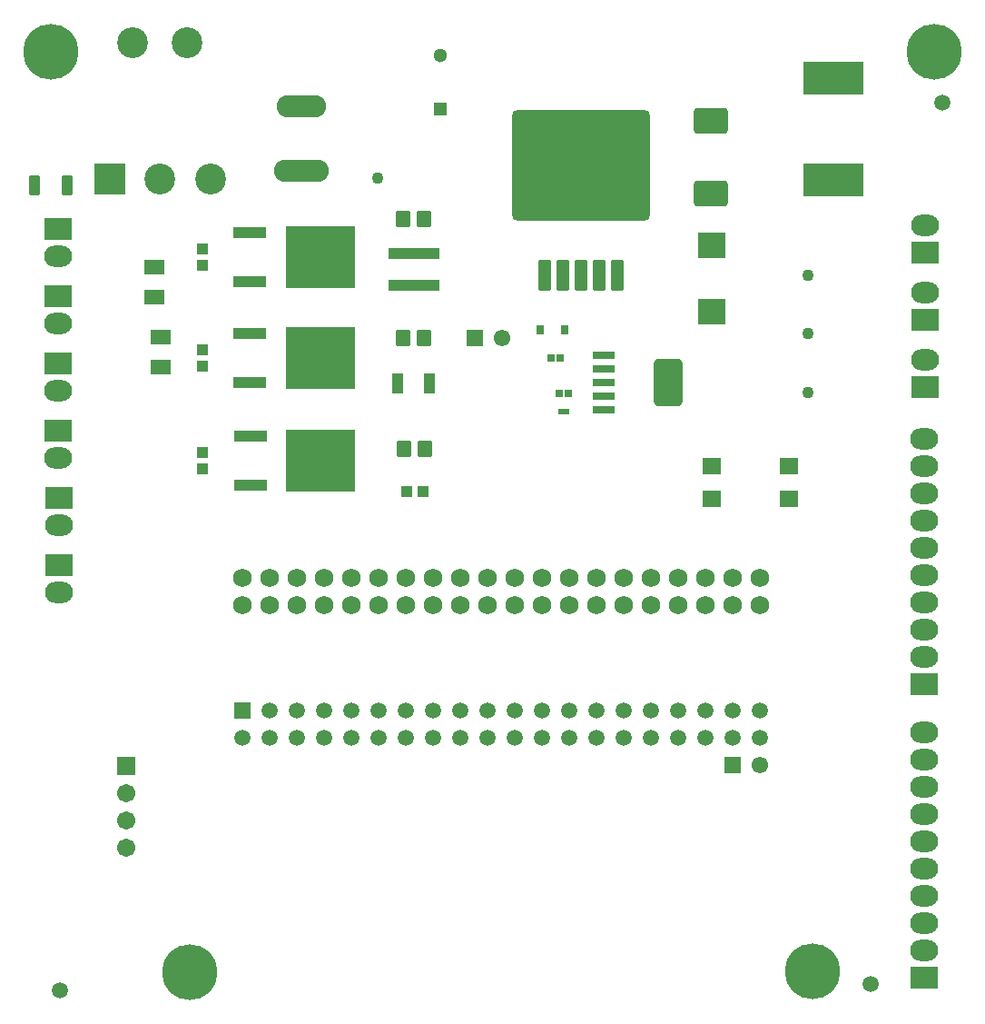
<source format=gbr>
G04 DipTrace 4.3.0.5*
G04 TopMask.gbr*
%MOIN*%
G04 #@! TF.FileFunction,Soldermask,Top*
G04 #@! TF.Part,Single*
%AMOUTLINE1*
4,1,28,
0.062402,0.03407,
0.062402,-0.03407,
0.061945,-0.037541,
0.060555,-0.040896,
0.058344,-0.043777,
0.055463,-0.045988,
0.052108,-0.047378,
0.048637,-0.047835,
-0.048637,-0.047835,
-0.052108,-0.047378,
-0.055463,-0.045988,
-0.058344,-0.043777,
-0.060555,-0.040896,
-0.061945,-0.037541,
-0.062402,-0.03407,
-0.062402,0.03407,
-0.061945,0.037541,
-0.060555,0.040896,
-0.058344,0.043777,
-0.055463,0.045988,
-0.052108,0.047378,
-0.048637,0.047835,
0.048637,0.047835,
0.052108,0.047378,
0.055463,0.045988,
0.058344,0.043777,
0.060555,0.040896,
0.061945,0.037541,
0.062402,0.03407,
0*%
%AMOUTLINE4*
4,1,28,
-0.014113,0.03563,
0.014113,0.03563,
0.01577,0.035412,
0.017434,0.034723,
0.018862,0.033626,
0.019959,0.032197,
0.020648,0.030534,
0.020866,0.028877,
0.020866,-0.028877,
0.020648,-0.030534,
0.019959,-0.032197,
0.018862,-0.033626,
0.017434,-0.034723,
0.01577,-0.035412,
0.014113,-0.03563,
-0.014113,-0.03563,
-0.01577,-0.035412,
-0.017434,-0.034723,
-0.018862,-0.033626,
-0.019959,-0.032197,
-0.020648,-0.030534,
-0.020866,-0.028877,
-0.020866,0.028877,
-0.020648,0.030534,
-0.019959,0.032197,
-0.018862,0.033626,
-0.017434,0.034723,
-0.01577,0.035412,
-0.014113,0.03563,
0*%
%AMOUTLINE7*
4,1,28,
-0.027559,-0.019932,
-0.027559,0.019932,
-0.027177,0.022834,
-0.026007,0.025658,
-0.024146,0.028083,
-0.021721,0.029944,
-0.018897,0.031114,
-0.015995,0.031496,
0.015995,0.031496,
0.018897,0.031114,
0.021721,0.029944,
0.024146,0.028083,
0.026007,0.025658,
0.027177,0.022834,
0.027559,0.019932,
0.027559,-0.019932,
0.027177,-0.022834,
0.026007,-0.025658,
0.024146,-0.028083,
0.021721,-0.029944,
0.018897,-0.031114,
0.015995,-0.031496,
-0.015995,-0.031496,
-0.018897,-0.031114,
-0.021721,-0.029944,
-0.024146,-0.028083,
-0.026007,-0.025658,
-0.027177,-0.022834,
-0.027559,-0.019932,
0*%
%AMOUTLINE10*
4,1,28,
-0.023419,-0.046195,
-0.023432,0.046189,
-0.023046,0.049121,
-0.021865,0.051974,
-0.019986,0.054424,
-0.017536,0.056304,
-0.014684,0.057486,
-0.011752,0.057872,
0.011735,0.057876,
0.014667,0.05749,
0.01752,0.056309,
0.01997,0.05443,
0.02185,0.05198,
0.023032,0.049128,
0.023419,0.046195,
0.023432,-0.046189,
0.023046,-0.049121,
0.021865,-0.051974,
0.019986,-0.054424,
0.017536,-0.056304,
0.014684,-0.057486,
0.011752,-0.057872,
-0.011735,-0.057876,
-0.014667,-0.05749,
-0.01752,-0.056309,
-0.01997,-0.05443,
-0.02185,-0.05198,
-0.023032,-0.049128,
-0.023419,-0.046195,
0*%
%AMOUTLINE13*
4,1,28,
0.251942,0.185545,
0.251995,-0.185473,
0.251447,-0.189642,
0.249789,-0.193647,
0.24715,-0.197086,
0.243712,-0.199726,
0.239707,-0.201385,
0.235538,-0.201935,
-0.23548,-0.202002,
-0.239649,-0.201454,
-0.243654,-0.199796,
-0.247093,-0.197157,
-0.249733,-0.193719,
-0.251392,-0.189714,
-0.251942,-0.185545,
-0.251995,0.185473,
-0.251447,0.189642,
-0.249789,0.193647,
-0.24715,0.197086,
-0.243712,0.199726,
-0.239707,0.201385,
-0.235538,0.201935,
0.23548,0.202002,
0.239649,0.201454,
0.243654,0.199796,
0.247093,0.197157,
0.249733,0.193719,
0.251392,0.189714,
0.251942,0.185545,
0*%
%AMOUTLINE16*
4,1,28,
-0.035735,0.014173,
0.035735,0.014173,
0.036941,0.014014,
0.038186,0.013499,
0.039254,0.012679,
0.040074,0.011611,
0.040589,0.010367,
0.040748,0.009161,
0.040748,-0.009161,
0.040589,-0.010367,
0.040074,-0.011611,
0.039254,-0.012679,
0.038186,-0.013499,
0.036941,-0.014014,
0.035735,-0.014173,
-0.035735,-0.014173,
-0.036941,-0.014014,
-0.038186,-0.013499,
-0.039254,-0.012679,
-0.040074,-0.011611,
-0.040589,-0.010367,
-0.040748,-0.009161,
-0.040748,0.009161,
-0.040589,0.010367,
-0.040074,0.011611,
-0.039254,0.012679,
-0.038186,0.013499,
-0.036941,0.014014,
-0.035735,0.014173,
0*%
%AMOUTLINE19*
4,1,28,
-0.037129,0.086969,
0.037129,0.086969,
0.040879,0.086475,
0.044493,0.084978,
0.047596,0.082596,
0.049978,0.079493,
0.051475,0.075879,
0.051969,0.072129,
0.051969,-0.072129,
0.051475,-0.075879,
0.049978,-0.079493,
0.047596,-0.082596,
0.044493,-0.084978,
0.040879,-0.086475,
0.037129,-0.086969,
-0.037129,-0.086969,
-0.040879,-0.086475,
-0.044493,-0.084978,
-0.047596,-0.082596,
-0.049978,-0.079493,
-0.051475,-0.075879,
-0.051969,-0.072129,
-0.051969,0.072129,
-0.051475,0.075879,
-0.049978,0.079493,
-0.047596,0.082596,
-0.044493,0.084978,
-0.040879,0.086475,
-0.037129,0.086969,
0*%
%ADD34C,0.059055*%
%ADD89C,0.043307*%
%ADD91R,0.066929X0.059055*%
%ADD93C,0.113189*%
%ADD97R,0.113189X0.113189*%
%ADD99R,0.042126X0.03937*%
%ADD101R,0.03937X0.042126*%
%ADD103R,0.042126X0.072047*%
%ADD105R,0.190157X0.042126*%
%ADD107R,0.252756X0.227165*%
%ADD109R,0.122835X0.042126*%
%ADD111C,0.203937*%
%ADD115C,0.068898*%
%ADD116C,0.061024*%
%ADD117R,0.220472X0.122047*%
%ADD121R,0.061024X0.061024*%
%ADD123C,0.067323*%
%ADD127R,0.067323X0.067323*%
%ADD129C,0.058976*%
%ADD133R,0.058976X0.058976*%
%ADD135O,0.181102X0.082677*%
%ADD138O,0.200787X0.082677*%
%ADD140O,0.102362X0.07874*%
%ADD143R,0.102362X0.07874*%
%ADD147R,0.074803X0.055906*%
%ADD149R,0.02874X0.036614*%
%ADD151R,0.018898X0.019685*%
%ADD153R,0.027559X0.030315*%
%ADD155R,0.10315X0.094882*%
%ADD157C,0.051181*%
%ADD158R,0.051181X0.051181*%
%ADD163OUTLINE1*%
%ADD166OUTLINE4*%
%ADD169OUTLINE7*%
%ADD172OUTLINE10*%
%ADD175OUTLINE13*%
%ADD178OUTLINE16*%
%ADD181OUTLINE19*%
%FSLAX26Y26*%
G04*
G70*
G90*
G75*
G01*
G04 TopMask*
%LPD*%
D158*
X1956200Y3740264D3*
D157*
Y3937115D3*
D155*
X2953314Y2997993D3*
X2953309Y3242087D3*
D153*
X2362666Y2827529D3*
X2397075D3*
D151*
X2397537Y2630020D3*
X2419663D3*
D153*
X2392766Y2697630D3*
X2427175D3*
D163*
X2948260Y3696860D3*
Y3431899D3*
D149*
X2412536Y2930810D3*
X2321985D3*
D166*
X586310Y3462850D3*
X466231D3*
D147*
X906590Y3161791D3*
X906592Y3051948D3*
X930519Y2905251D3*
X930522Y2795409D3*
D34*
X3799381Y3766369D3*
X557331Y509810D3*
X3535360Y530810D3*
D143*
X553920Y3301050D3*
D140*
X553931Y3201050D3*
D143*
X553840Y3054789D3*
D140*
Y2954789D3*
D143*
X553857Y2808029D3*
D140*
X553868Y2708029D3*
D143*
X3734741Y3215460D3*
D140*
Y3315460D3*
D143*
X3734952Y2968699D3*
D140*
Y3068699D3*
D143*
X3734550Y2721930D3*
D140*
Y2821930D3*
D143*
X553529Y2561199D3*
D140*
Y2461199D3*
D143*
X554321Y2315069D3*
D140*
Y2215069D3*
D143*
X554129Y2067669D3*
D140*
Y1967669D3*
D138*
X1444221Y3514289D3*
D135*
Y3750510D3*
D133*
X1228280Y1534520D3*
D129*
X1328280D3*
X1428280D3*
X1528280D3*
X1628280D3*
X1728280D3*
X1828280D3*
X1928280D3*
X2028280D3*
X2128280D3*
X2228280D3*
X2328280D3*
X2428280D3*
X2528280D3*
X2628280D3*
X2728280D3*
X2828280D3*
X2928280D3*
X3028280D3*
X3128280D3*
X1228280Y1434520D3*
X1328280D3*
X1428280D3*
X1528280D3*
X1628280D3*
X1728280D3*
X1828280D3*
X1928280D3*
X2028280D3*
X2128280D3*
X2228280D3*
X2328280D3*
X2428280D3*
X2528280D3*
X2628280D3*
X2728280D3*
X2828280D3*
X2928280D3*
X3028280D3*
X3128280D3*
D127*
X803031Y1330789D3*
D123*
Y1230789D3*
Y1130789D3*
Y1030789D3*
D121*
X3028262Y1334460D3*
D116*
X3128262D3*
D143*
X3732171Y1631620D3*
D140*
Y1731620D3*
Y1831620D3*
Y1931620D3*
Y2031620D3*
Y2131620D3*
Y2231620D3*
Y2331620D3*
Y2431620D3*
Y2531620D3*
D143*
X3731721Y555250D3*
D140*
Y655250D3*
Y755250D3*
Y855250D3*
Y955250D3*
Y1055250D3*
Y1155250D3*
Y1255250D3*
Y1355250D3*
Y1455250D3*
D121*
X2081691Y2900499D3*
D116*
X2181691D3*
D117*
X3397470Y3855457D3*
Y3481441D3*
D169*
X1819569Y3339331D3*
X1894372D3*
X1819489Y2901642D3*
X1894292D3*
X1823238Y2495079D3*
X1898041D3*
D115*
X1228541Y1920840D3*
Y2020840D3*
X1328541Y1920840D3*
Y2020840D3*
X1428541Y1920840D3*
Y2020840D3*
X1528541Y1920840D3*
Y2020840D3*
X1628541D3*
Y1920840D3*
X1728541Y2020840D3*
Y1920840D3*
X1828541Y2020840D3*
Y1920840D3*
X1928541D3*
Y2020840D3*
X2028541Y1920840D3*
Y2020840D3*
X2128541Y1920840D3*
Y2020840D3*
X2228541Y1920840D3*
Y2020840D3*
X2328541Y1920840D3*
Y2020840D3*
X2428541Y1920840D3*
Y2020840D3*
X2528541Y1920840D3*
Y2020840D3*
X2628541Y1920840D3*
Y2020840D3*
X2728541Y1920840D3*
Y2020840D3*
X2828541Y1920840D3*
Y2020840D3*
X2928541Y1920840D3*
Y2020840D3*
X3028541Y1920840D3*
Y2020840D3*
X3128541Y1920840D3*
Y2020840D3*
D111*
X3321381Y577940D3*
X3768700Y3951190D3*
X527121D3*
X1035591Y576310D3*
D109*
X1257277Y3107149D3*
Y3287149D3*
D107*
X1514364Y3197149D3*
D109*
X1257046Y2737129D3*
Y2917129D3*
D107*
X1514133Y2827129D3*
D109*
X1257797Y2361319D3*
Y2541319D3*
D107*
X1514884Y2451319D3*
D105*
X1860126Y3094422D3*
X1860114Y3210957D3*
D103*
X1798372Y2734600D3*
X1914907D3*
D101*
X1830980Y2336919D3*
X1890822D3*
D99*
X1080993Y3167459D3*
X1080987Y3227301D3*
X1080830Y2797399D3*
Y2857242D3*
X1080819Y2421220D3*
Y2481062D3*
D97*
X740691Y3485739D3*
D93*
X925730D3*
X1110770D3*
X825730Y3985739D3*
X1025730D3*
D91*
X3234283Y2430976D3*
X2950818D3*
X3234283Y2312865D3*
X2950818D3*
D89*
X1725501Y3489480D3*
X3304821Y3131760D3*
X3304431Y2701369D3*
X3305050Y2917220D3*
D172*
X2338658Y3131706D3*
X2405587Y3131715D3*
X2472516Y3131725D3*
X2539445Y3131735D3*
X2606374Y3131744D3*
D175*
X2472458Y3536056D3*
D178*
X2555893Y2788100D3*
Y2638100D3*
Y2838100D3*
Y2688100D3*
D181*
X2792507Y2738100D3*
D178*
X2555893D3*
M02*

</source>
